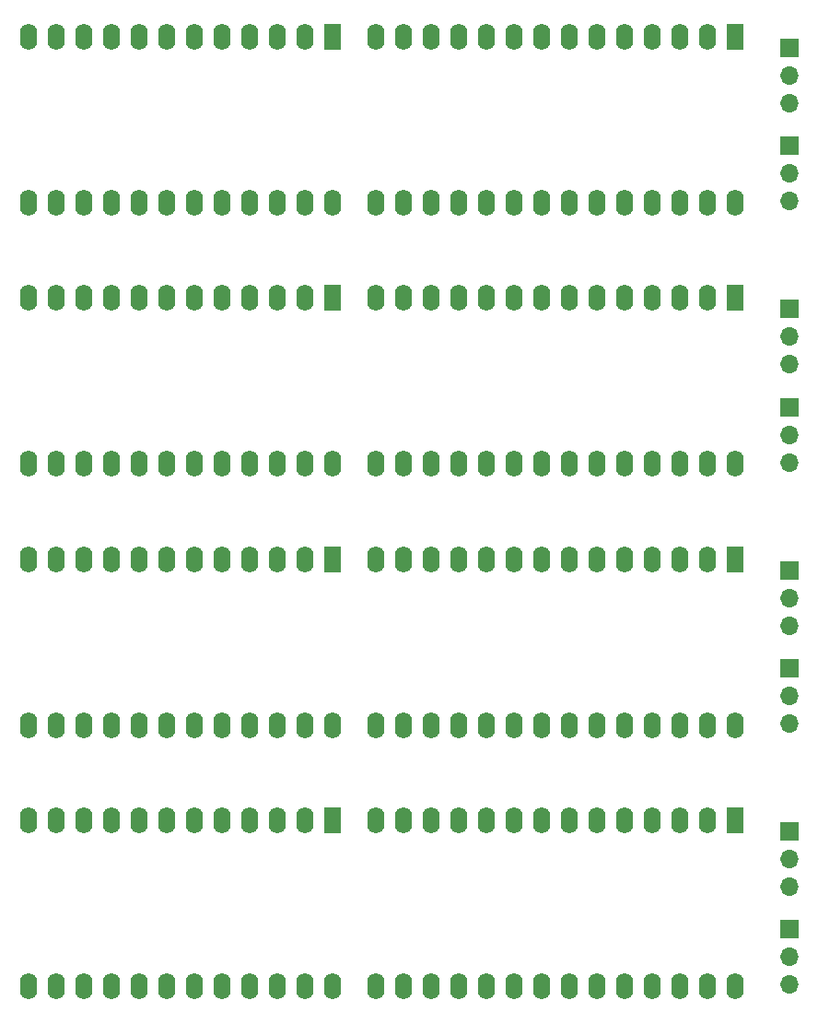
<source format=gts>
G04 #@! TF.GenerationSoftware,KiCad,Pcbnew,(5.1.9)-1*
G04 #@! TF.CreationDate,2022-11-24T18:27:01+09:00*
G04 #@! TF.ProjectId,ROMCHG-PNL,524f4d43-4847-42d5-904e-4c2e6b696361,rev?*
G04 #@! TF.SameCoordinates,PX1c9ea90PY98919e0*
G04 #@! TF.FileFunction,Soldermask,Top*
G04 #@! TF.FilePolarity,Negative*
%FSLAX46Y46*%
G04 Gerber Fmt 4.6, Leading zero omitted, Abs format (unit mm)*
G04 Created by KiCad (PCBNEW (5.1.9)-1) date 2022-11-24 18:27:01*
%MOMM*%
%LPD*%
G01*
G04 APERTURE LIST*
%ADD10O,1.700000X1.700000*%
%ADD11R,1.700000X1.700000*%
%ADD12R,1.600000X2.400000*%
%ADD13O,1.600000X2.400000*%
G04 APERTURE END LIST*
D10*
X73000000Y75920000D03*
X73000000Y78460000D03*
D11*
X73000000Y81000000D03*
X73000000Y90000000D03*
D10*
X73000000Y87460000D03*
X73000000Y84920000D03*
D12*
X68000000Y91000000D03*
D13*
X34980000Y75760000D03*
X65460000Y91000000D03*
X37520000Y75760000D03*
X62920000Y91000000D03*
X40060000Y75760000D03*
X60380000Y91000000D03*
X42600000Y75760000D03*
X57840000Y91000000D03*
X45140000Y75760000D03*
X55300000Y91000000D03*
X47680000Y75760000D03*
X52760000Y91000000D03*
X50220000Y75760000D03*
X50220000Y91000000D03*
X52760000Y75760000D03*
X47680000Y91000000D03*
X55300000Y75760000D03*
X45140000Y91000000D03*
X57840000Y75760000D03*
X42600000Y91000000D03*
X60380000Y75760000D03*
X40060000Y91000000D03*
X62920000Y75760000D03*
X37520000Y91000000D03*
X65460000Y75760000D03*
X34980000Y91000000D03*
X68000000Y75760000D03*
D12*
X31000000Y91000000D03*
D13*
X3060000Y75760000D03*
X28460000Y91000000D03*
X5600000Y75760000D03*
X25920000Y91000000D03*
X8140000Y75760000D03*
X23380000Y91000000D03*
X10680000Y75760000D03*
X20840000Y91000000D03*
X13220000Y75760000D03*
X18300000Y91000000D03*
X15760000Y75760000D03*
X15760000Y91000000D03*
X18300000Y75760000D03*
X13220000Y91000000D03*
X20840000Y75760000D03*
X10680000Y91000000D03*
X23380000Y75760000D03*
X8140000Y91000000D03*
X25920000Y75760000D03*
X5600000Y91000000D03*
X28460000Y75760000D03*
X3060000Y91000000D03*
X31000000Y75760000D03*
X31000000Y51760000D03*
X3060000Y67000000D03*
X28460000Y51760000D03*
X5600000Y67000000D03*
X25920000Y51760000D03*
X8140000Y67000000D03*
X23380000Y51760000D03*
X10680000Y67000000D03*
X20840000Y51760000D03*
X13220000Y67000000D03*
X18300000Y51760000D03*
X15760000Y67000000D03*
X15760000Y51760000D03*
X18300000Y67000000D03*
X13220000Y51760000D03*
X20840000Y67000000D03*
X10680000Y51760000D03*
X23380000Y67000000D03*
X8140000Y51760000D03*
X25920000Y67000000D03*
X5600000Y51760000D03*
X28460000Y67000000D03*
X3060000Y51760000D03*
D12*
X31000000Y67000000D03*
D13*
X68000000Y51760000D03*
X34980000Y67000000D03*
X65460000Y51760000D03*
X37520000Y67000000D03*
X62920000Y51760000D03*
X40060000Y67000000D03*
X60380000Y51760000D03*
X42600000Y67000000D03*
X57840000Y51760000D03*
X45140000Y67000000D03*
X55300000Y51760000D03*
X47680000Y67000000D03*
X52760000Y51760000D03*
X50220000Y67000000D03*
X50220000Y51760000D03*
X52760000Y67000000D03*
X47680000Y51760000D03*
X55300000Y67000000D03*
X45140000Y51760000D03*
X57840000Y67000000D03*
X42600000Y51760000D03*
X60380000Y67000000D03*
X40060000Y51760000D03*
X62920000Y67000000D03*
X37520000Y51760000D03*
X65460000Y67000000D03*
X34980000Y51760000D03*
D12*
X68000000Y67000000D03*
D10*
X73000000Y60920000D03*
X73000000Y63460000D03*
D11*
X73000000Y66000000D03*
X73000000Y57000000D03*
D10*
X73000000Y54460000D03*
X73000000Y51920000D03*
D13*
X31000000Y27760000D03*
X3060000Y43000000D03*
X28460000Y27760000D03*
X5600000Y43000000D03*
X25920000Y27760000D03*
X8140000Y43000000D03*
X23380000Y27760000D03*
X10680000Y43000000D03*
X20840000Y27760000D03*
X13220000Y43000000D03*
X18300000Y27760000D03*
X15760000Y43000000D03*
X15760000Y27760000D03*
X18300000Y43000000D03*
X13220000Y27760000D03*
X20840000Y43000000D03*
X10680000Y27760000D03*
X23380000Y43000000D03*
X8140000Y27760000D03*
X25920000Y43000000D03*
X5600000Y27760000D03*
X28460000Y43000000D03*
X3060000Y27760000D03*
D12*
X31000000Y43000000D03*
D13*
X68000000Y27760000D03*
X34980000Y43000000D03*
X65460000Y27760000D03*
X37520000Y43000000D03*
X62920000Y27760000D03*
X40060000Y43000000D03*
X60380000Y27760000D03*
X42600000Y43000000D03*
X57840000Y27760000D03*
X45140000Y43000000D03*
X55300000Y27760000D03*
X47680000Y43000000D03*
X52760000Y27760000D03*
X50220000Y43000000D03*
X50220000Y27760000D03*
X52760000Y43000000D03*
X47680000Y27760000D03*
X55300000Y43000000D03*
X45140000Y27760000D03*
X57840000Y43000000D03*
X42600000Y27760000D03*
X60380000Y43000000D03*
X40060000Y27760000D03*
X62920000Y43000000D03*
X37520000Y27760000D03*
X65460000Y43000000D03*
X34980000Y27760000D03*
D12*
X68000000Y43000000D03*
D10*
X73000000Y36920000D03*
X73000000Y39460000D03*
D11*
X73000000Y42000000D03*
X73000000Y33000000D03*
D10*
X73000000Y30460000D03*
X73000000Y27920000D03*
X73000000Y3920000D03*
X73000000Y6460000D03*
D11*
X73000000Y9000000D03*
X73000000Y18000000D03*
D10*
X73000000Y15460000D03*
X73000000Y12920000D03*
D12*
X68000000Y19000000D03*
D13*
X34980000Y3760000D03*
X65460000Y19000000D03*
X37520000Y3760000D03*
X62920000Y19000000D03*
X40060000Y3760000D03*
X60380000Y19000000D03*
X42600000Y3760000D03*
X57840000Y19000000D03*
X45140000Y3760000D03*
X55300000Y19000000D03*
X47680000Y3760000D03*
X52760000Y19000000D03*
X50220000Y3760000D03*
X50220000Y19000000D03*
X52760000Y3760000D03*
X47680000Y19000000D03*
X55300000Y3760000D03*
X45140000Y19000000D03*
X57840000Y3760000D03*
X42600000Y19000000D03*
X60380000Y3760000D03*
X40060000Y19000000D03*
X62920000Y3760000D03*
X37520000Y19000000D03*
X65460000Y3760000D03*
X34980000Y19000000D03*
X68000000Y3760000D03*
D12*
X31000000Y19000000D03*
D13*
X3060000Y3760000D03*
X28460000Y19000000D03*
X5600000Y3760000D03*
X25920000Y19000000D03*
X8140000Y3760000D03*
X23380000Y19000000D03*
X10680000Y3760000D03*
X20840000Y19000000D03*
X13220000Y3760000D03*
X18300000Y19000000D03*
X15760000Y3760000D03*
X15760000Y19000000D03*
X18300000Y3760000D03*
X13220000Y19000000D03*
X20840000Y3760000D03*
X10680000Y19000000D03*
X23380000Y3760000D03*
X8140000Y19000000D03*
X25920000Y3760000D03*
X5600000Y19000000D03*
X28460000Y3760000D03*
X3060000Y19000000D03*
X31000000Y3760000D03*
M02*

</source>
